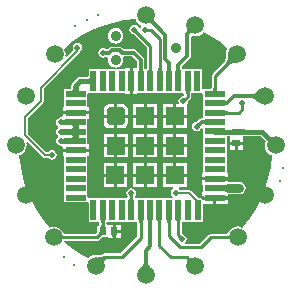
<source format=gtl>
G04*
G04 #@! TF.GenerationSoftware,Altium Limited,Altium Designer,19.1.5 (86)*
G04*
G04 Layer_Physical_Order=1*
G04 Layer_Color=255*
%FSAX25Y25*%
%MOIN*%
G70*
G01*
G75*
%ADD10C,0.01000*%
%ADD12C,0.00787*%
%ADD18R,0.02520X0.02362*%
G04:AMPARAMS|DCode=19|XSize=59.06mil|YSize=59.06mil|CornerRadius=5.91mil|HoleSize=0mil|Usage=FLASHONLY|Rotation=0.000|XOffset=0mil|YOffset=0mil|HoleType=Round|Shape=RoundedRectangle|*
%AMROUNDEDRECTD19*
21,1,0.05906,0.04724,0,0,0.0*
21,1,0.04724,0.05906,0,0,0.0*
1,1,0.01181,0.02362,-0.02362*
1,1,0.01181,-0.02362,-0.02362*
1,1,0.01181,-0.02362,0.02362*
1,1,0.01181,0.02362,0.02362*
%
%ADD19ROUNDEDRECTD19*%
%ADD20R,0.05906X0.05906*%
%ADD21R,0.02362X0.02520*%
%ADD31R,0.06693X0.01968*%
%ADD32R,0.01968X0.06693*%
%ADD33C,0.01575*%
%ADD34C,0.01181*%
%ADD35C,0.02953*%
%ADD36C,0.00984*%
%ADD37C,0.05906*%
%ADD38C,0.03543*%
%ADD39C,0.01968*%
G36*
X0149386Y0201516D02*
X0149955Y0200774D01*
X0150697Y0200205D01*
X0151012Y0200075D01*
X0151067Y0199511D01*
X0151032Y0199487D01*
X0150682Y0198964D01*
X0150676Y0198932D01*
X0150166D01*
X0150121Y0199161D01*
X0149771Y0199684D01*
X0149248Y0200034D01*
X0148630Y0200157D01*
X0148012Y0200034D01*
X0147489Y0199684D01*
X0147139Y0199161D01*
X0147016Y0198543D01*
X0147139Y0197926D01*
X0147489Y0197402D01*
X0148012Y0197052D01*
X0148520Y0196951D01*
X0148525Y0196949D01*
X0148535Y0196942D01*
X0148552Y0196928D01*
X0148561Y0196925D01*
X0148568Y0196920D01*
X0148584Y0196917D01*
X0148587Y0196916D01*
X0148607Y0196905D01*
X0148637Y0196886D01*
X0148670Y0196862D01*
X0148781Y0196767D01*
X0148844Y0196707D01*
X0148908Y0196681D01*
X0152825Y0192764D01*
Y0185771D01*
X0152797Y0185709D01*
X0152793Y0185538D01*
X0152782Y0185410D01*
X0152767Y0185313D01*
X0152765Y0185303D01*
X0152072D01*
X0152063Y0185353D01*
X0152037Y0185681D01*
X0152033Y0185885D01*
X0152007Y0185944D01*
Y0188465D01*
X0151915Y0188928D01*
X0151653Y0189322D01*
X0149312Y0191663D01*
X0149310Y0191665D01*
X0148917Y0191927D01*
X0148453Y0192020D01*
X0145095D01*
X0144649Y0192465D01*
X0144256Y0192728D01*
X0143792Y0192821D01*
X0141184D01*
X0140720Y0192728D01*
X0140327Y0192465D01*
X0139881Y0192020D01*
X0139760D01*
X0139699Y0192046D01*
X0139598Y0192047D01*
X0139435Y0192053D01*
X0139323Y0192065D01*
X0139303Y0192068D01*
X0139300Y0192069D01*
X0139284Y0192074D01*
X0139279Y0192074D01*
X0139271Y0192076D01*
X0139267Y0192075D01*
X0138933Y0192298D01*
X0138315Y0192421D01*
X0137697Y0192298D01*
X0137174Y0191948D01*
X0136824Y0191425D01*
X0136701Y0190807D01*
X0136824Y0190190D01*
X0137174Y0189666D01*
X0137697Y0189317D01*
X0138315Y0189194D01*
X0138933Y0189317D01*
X0139267Y0189540D01*
X0139271Y0189539D01*
X0139279Y0189541D01*
X0139284Y0189541D01*
X0139300Y0189546D01*
X0139303Y0189547D01*
X0139312Y0189548D01*
X0139607Y0189568D01*
X0139638Y0189569D01*
X0139981Y0189253D01*
X0139993Y0189095D01*
X0139909Y0188461D01*
X0139997Y0187793D01*
X0140255Y0187171D01*
X0140665Y0186637D01*
X0141199Y0186227D01*
X0141821Y0185969D01*
X0142488Y0185881D01*
X0143156Y0185969D01*
X0143778Y0186227D01*
X0144312Y0186637D01*
X0144722Y0187171D01*
X0144980Y0187793D01*
X0145067Y0188461D01*
X0144984Y0189095D01*
X0144994Y0189233D01*
X0145236Y0189595D01*
X0147950D01*
X0149583Y0187962D01*
Y0185953D01*
X0149557Y0185897D01*
X0149550Y0185705D01*
X0148146D01*
Y0181358D01*
Y0177012D01*
X0149630D01*
Y0177413D01*
X0165040D01*
X0165295Y0176916D01*
X0165202Y0176530D01*
X0165067Y0176405D01*
X0165025Y0176371D01*
X0164986Y0176342D01*
X0164956Y0176323D01*
X0164937Y0176312D01*
X0164934Y0176311D01*
X0164918Y0176308D01*
X0164910Y0176303D01*
X0164901Y0176300D01*
X0164884Y0176286D01*
X0164875Y0176279D01*
X0164869Y0176277D01*
X0164362Y0176176D01*
X0163838Y0175826D01*
X0163489Y0175303D01*
X0163366Y0174685D01*
X0163467Y0174177D01*
X0163194Y0173677D01*
X0162681D01*
Y0170224D01*
X0166134D01*
Y0173564D01*
X0166470Y0174067D01*
X0166571Y0174575D01*
X0166574Y0174580D01*
X0166580Y0174590D01*
X0166595Y0174607D01*
X0166598Y0174616D01*
X0166603Y0174623D01*
X0166606Y0174639D01*
X0166607Y0174642D01*
X0166617Y0174662D01*
X0166637Y0174692D01*
X0166661Y0174725D01*
X0166756Y0174837D01*
X0166816Y0174899D01*
X0166842Y0174963D01*
X0167256Y0175378D01*
X0167499Y0175742D01*
X0167585Y0176170D01*
Y0176945D01*
X0167612Y0177007D01*
X0167617Y0177177D01*
X0167628Y0177302D01*
X0167636Y0177351D01*
X0168110Y0177413D01*
X0168110Y0177413D01*
X0168110Y0177413D01*
X0171276D01*
X0171614Y0177054D01*
Y0172492D01*
X0171614Y0172492D01*
Y0172468D01*
X0171614D01*
X0171614Y0171992D01*
Y0169050D01*
X0171579Y0169044D01*
X0171263Y0169017D01*
X0171067Y0169014D01*
X0170947Y0168962D01*
X0170614Y0168896D01*
X0170221Y0168633D01*
X0169700Y0168112D01*
X0169638Y0168087D01*
X0169567Y0168017D01*
X0169447Y0167906D01*
X0169359Y0167835D01*
X0169343Y0167823D01*
X0169340Y0167821D01*
X0169325Y0167814D01*
X0169322Y0167810D01*
X0169315Y0167806D01*
X0169312Y0167802D01*
X0168918Y0167724D01*
X0168394Y0167374D01*
X0168045Y0166850D01*
X0167922Y0166233D01*
X0168045Y0165615D01*
X0168394Y0165092D01*
X0168918Y0164742D01*
X0169535Y0164619D01*
X0170153Y0164742D01*
X0170677Y0165092D01*
X0171026Y0165615D01*
X0171114Y0165653D01*
X0171614Y0165323D01*
Y0163043D01*
X0171614D01*
Y0163020D01*
X0171614D01*
Y0159854D01*
X0171622D01*
Y0156740D01*
X0171622D01*
Y0153575D01*
X0171622D01*
Y0150854D01*
X0171221D01*
Y0149370D01*
X0175567D01*
X0178901D01*
Y0149842D01*
X0178911Y0149753D01*
X0178941Y0149672D01*
X0178991Y0149601D01*
X0179061Y0149540D01*
X0179151Y0149488D01*
X0179261Y0149446D01*
X0179391Y0149413D01*
X0179541Y0149389D01*
X0179711Y0149375D01*
X0179901Y0149370D01*
X0179913D01*
Y0150854D01*
X0179512D01*
Y0153591D01*
X0179512D01*
Y0156724D01*
X0179512D01*
Y0159890D01*
X0179504D01*
Y0163020D01*
X0179948Y0163154D01*
X0180018D01*
X0180425Y0162929D01*
Y0161248D01*
X0182685D01*
X0184945D01*
Y0162929D01*
X0185378Y0163091D01*
X0185516Y0163093D01*
X0185567Y0163115D01*
X0190655D01*
X0192464Y0161305D01*
X0192308Y0160927D01*
X0192186Y0160000D01*
X0192308Y0159073D01*
X0192666Y0158209D01*
X0193235Y0157467D01*
X0193977Y0156898D01*
X0194646Y0156621D01*
X0194632Y0156313D01*
X0194151Y0152654D01*
X0193352Y0149051D01*
X0192242Y0145531D01*
X0190830Y0142121D01*
X0189126Y0138847D01*
X0187143Y0135735D01*
X0184896Y0132807D01*
X0184669Y0132559D01*
X0184019Y0132829D01*
X0183092Y0132951D01*
X0182165Y0132829D01*
X0181301Y0132471D01*
X0180559Y0131902D01*
X0179990Y0131160D01*
X0179712Y0130489D01*
X0174259D01*
X0173830Y0130404D01*
X0173467Y0130161D01*
X0170371Y0127065D01*
X0165816D01*
X0165665Y0127565D01*
X0165716Y0127599D01*
X0166066Y0128123D01*
X0166189Y0128740D01*
X0166066Y0129358D01*
X0165716Y0129881D01*
X0165192Y0130231D01*
X0164685Y0130332D01*
X0164679Y0130335D01*
X0164670Y0130341D01*
X0164653Y0130356D01*
X0164644Y0130358D01*
X0164637Y0130363D01*
X0164620Y0130366D01*
X0164618Y0130368D01*
X0164598Y0130378D01*
X0164568Y0130397D01*
X0164535Y0130421D01*
X0164482Y0130467D01*
Y0134012D01*
X0164510Y0134075D01*
X0164514Y0134246D01*
X0164521Y0134326D01*
X0164957Y0134480D01*
X0164957Y0134480D01*
Y0134480D01*
X0164957Y0134480D01*
X0168122D01*
Y0134480D01*
X0168268Y0134480D01*
X0168622Y0134480D01*
X0171433D01*
Y0140575D01*
X0175067D01*
Y0142559D01*
X0175567D01*
Y0143059D01*
X0179913D01*
Y0143633D01*
X0183728D01*
X0184538Y0143794D01*
X0185224Y0144252D01*
X0185683Y0144939D01*
X0185844Y0145748D01*
X0185683Y0146558D01*
X0185224Y0147244D01*
X0184538Y0147703D01*
X0183728Y0147863D01*
X0179913D01*
Y0148370D01*
X0179901D01*
D01*
X0179711Y0148365D01*
X0179541Y0148351D01*
X0179391Y0148328D01*
X0179261Y0148294D01*
X0179151Y0148252D01*
X0179061Y0148200D01*
X0178991Y0148139D01*
X0178941Y0148068D01*
X0178911Y0147988D01*
X0178901Y0147898D01*
Y0148370D01*
X0175567D01*
X0171221D01*
Y0146886D01*
X0171622D01*
Y0144543D01*
X0171221D01*
Y0142370D01*
X0170092D01*
X0167613Y0144849D01*
X0167285Y0145068D01*
X0166898Y0145145D01*
X0163755D01*
X0163669Y0145275D01*
X0163601Y0145320D01*
X0163497Y0145991D01*
X0163574Y0146087D01*
X0166134D01*
Y0149539D01*
X0158228D01*
Y0146087D01*
X0161481D01*
X0161558Y0145991D01*
X0161454Y0145320D01*
X0161387Y0145275D01*
X0161037Y0144751D01*
X0160914Y0144134D01*
X0161037Y0143516D01*
X0161387Y0142993D01*
X0161564Y0142874D01*
X0161413Y0142374D01*
X0158646D01*
Y0142374D01*
X0155480D01*
Y0142370D01*
X0149181D01*
X0149181Y0142370D01*
X0149101Y0142411D01*
X0148910Y0142612D01*
X0148805Y0142768D01*
X0148782Y0142860D01*
X0148789Y0142893D01*
X0148795Y0142912D01*
X0148803Y0142924D01*
X0148805Y0142933D01*
X0148811Y0142943D01*
X0148813Y0142965D01*
X0149129Y0143438D01*
X0149252Y0144055D01*
X0149129Y0144673D01*
X0148779Y0145196D01*
X0148255Y0145546D01*
X0147638Y0145669D01*
X0147020Y0145546D01*
X0146497Y0145196D01*
X0146147Y0144673D01*
X0146024Y0144055D01*
X0146147Y0143438D01*
X0146405Y0143051D01*
X0146412Y0143029D01*
X0146415Y0143013D01*
X0146416Y0142994D01*
X0146420Y0142987D01*
X0146421Y0142979D01*
X0146431Y0142964D01*
X0146433Y0142958D01*
X0146440Y0142935D01*
X0146447Y0142898D01*
X0146454Y0142856D01*
X0146356Y0142715D01*
X0146047Y0142370D01*
Y0142370D01*
X0146047Y0142370D01*
X0142882D01*
Y0142370D01*
X0133547D01*
X0133425Y0142370D01*
X0133047Y0142665D01*
Y0146795D01*
X0133047Y0147272D01*
X0133047Y0147772D01*
Y0150406D01*
Y0153555D01*
Y0156342D01*
X0133449D01*
Y0157827D01*
X0129102D01*
X0124756D01*
Y0156342D01*
X0125157D01*
Y0153555D01*
Y0150406D01*
Y0147772D01*
X0125157Y0147295D01*
X0125157Y0146795D01*
Y0144106D01*
Y0140996D01*
X0132925D01*
X0133047Y0140996D01*
X0133425Y0140701D01*
Y0134480D01*
X0136978D01*
X0136980Y0134472D01*
X0136995Y0134375D01*
X0137006Y0134246D01*
X0137010Y0134075D01*
X0137038Y0134013D01*
Y0133587D01*
X0137010Y0133525D01*
X0137005Y0133352D01*
X0136994Y0133224D01*
X0136978Y0133128D01*
X0136976Y0133118D01*
X0136378D01*
Y0131673D01*
X0136354Y0131638D01*
X0136364Y0131588D01*
X0136342Y0131541D01*
X0136378Y0131437D01*
Y0131219D01*
X0136346Y0131162D01*
X0136267Y0131050D01*
X0135995Y0130727D01*
X0135815Y0130541D01*
X0135790Y0130476D01*
X0135725Y0130411D01*
X0125159D01*
X0124881Y0131082D01*
X0124312Y0131824D01*
X0123570Y0132393D01*
X0122707Y0132751D01*
X0121780Y0132873D01*
X0120852Y0132751D01*
X0120330Y0132535D01*
X0120080Y0132807D01*
X0117834Y0135735D01*
X0115851Y0138847D01*
X0114147Y0142121D01*
X0112734Y0145531D01*
X0111625Y0149051D01*
X0110826Y0152654D01*
X0110344Y0156313D01*
X0110330Y0156632D01*
X0110972Y0156898D01*
X0111714Y0157467D01*
X0112283Y0158209D01*
X0112641Y0159073D01*
X0112763Y0160000D01*
X0112651Y0160849D01*
X0112820Y0160996D01*
X0113103Y0161104D01*
X0118151Y0156056D01*
X0118479Y0155837D01*
X0118866Y0155760D01*
X0119961D01*
X0120048Y0155631D01*
X0120571Y0155281D01*
X0121189Y0155158D01*
X0121807Y0155281D01*
X0122330Y0155631D01*
X0122680Y0156154D01*
X0122803Y0156772D01*
X0122680Y0157389D01*
X0122330Y0157913D01*
X0121807Y0158263D01*
X0121189Y0158385D01*
X0120571Y0158263D01*
X0120048Y0157913D01*
X0119961Y0157783D01*
X0119285D01*
X0113263Y0163805D01*
Y0168990D01*
X0118164Y0173891D01*
X0118383Y0174219D01*
X0118460Y0174606D01*
X0118460Y0174606D01*
Y0178833D01*
X0130408Y0190781D01*
X0130628Y0191109D01*
X0130667Y0191306D01*
X0130834Y0191418D01*
X0131184Y0191941D01*
X0131307Y0192559D01*
X0131184Y0193177D01*
X0130834Y0193700D01*
X0130310Y0194050D01*
X0129693Y0194173D01*
X0129075Y0194050D01*
X0128552Y0193700D01*
X0128202Y0193177D01*
X0128079Y0192559D01*
X0128202Y0191941D01*
X0128405Y0191638D01*
X0126135Y0189368D01*
X0125661Y0189602D01*
X0125755Y0190315D01*
X0125633Y0191242D01*
X0125275Y0192106D01*
X0125528Y0192586D01*
X0128223Y0194654D01*
X0131336Y0196637D01*
X0134609Y0198342D01*
X0138019Y0199754D01*
X0141539Y0200864D01*
X0145142Y0201662D01*
X0148801Y0202144D01*
X0149120Y0202158D01*
X0149386Y0201516D01*
D02*
G37*
G36*
X0152917Y0199000D02*
X0152965Y0198967D01*
X0153020Y0198939D01*
X0153083Y0198915D01*
X0153153Y0198894D01*
X0153230Y0198877D01*
X0153314Y0198863D01*
X0153406Y0198854D01*
X0153612Y0198846D01*
Y0197846D01*
X0153505Y0197845D01*
X0153314Y0197829D01*
X0153230Y0197816D01*
X0153153Y0197799D01*
X0153083Y0197778D01*
X0153020Y0197754D01*
X0152965Y0197725D01*
X0152917Y0197693D01*
X0152876Y0197658D01*
Y0199035D01*
X0152917Y0199000D01*
D02*
G37*
G36*
X0167748Y0197264D02*
X0167670Y0197292D01*
X0167588Y0197304D01*
X0167501Y0197300D01*
X0167409Y0197280D01*
X0167312Y0197244D01*
X0167210Y0197193D01*
X0167104Y0197125D01*
X0166992Y0197041D01*
X0166876Y0196942D01*
X0166755Y0196827D01*
X0165920Y0197662D01*
X0166036Y0197783D01*
X0166135Y0197899D01*
X0166219Y0198010D01*
X0166286Y0198117D01*
X0166338Y0198218D01*
X0166374Y0198315D01*
X0166394Y0198407D01*
X0166398Y0198494D01*
X0166385Y0198576D01*
X0166358Y0198654D01*
X0167748Y0197264D01*
D02*
G37*
G36*
X0149618Y0198479D02*
X0149629Y0198423D01*
X0149648Y0198363D01*
X0149675Y0198302D01*
X0149709Y0198238D01*
X0149752Y0198171D01*
X0149802Y0198102D01*
X0149861Y0198030D01*
X0150001Y0197880D01*
X0149293Y0197173D01*
X0149217Y0197247D01*
X0149071Y0197371D01*
X0149002Y0197421D01*
X0148935Y0197464D01*
X0148871Y0197499D01*
X0148810Y0197525D01*
X0148751Y0197545D01*
X0148694Y0197556D01*
X0148640Y0197559D01*
X0149614Y0198533D01*
X0149618Y0198479D01*
D02*
G37*
G36*
X0173641Y0196637D02*
X0176753Y0194654D01*
X0179449Y0192586D01*
X0179701Y0192106D01*
X0179343Y0191242D01*
X0179225Y0190343D01*
X0179203Y0190290D01*
X0179200Y0189886D01*
X0179151Y0189169D01*
X0179109Y0188876D01*
X0179054Y0188610D01*
X0178989Y0188381D01*
X0178916Y0188188D01*
X0178839Y0188031D01*
X0178759Y0187909D01*
X0178649Y0187781D01*
X0178630Y0187726D01*
X0174767Y0183863D01*
X0174524Y0183500D01*
X0174439Y0183071D01*
Y0179282D01*
X0174438Y0179272D01*
X0174411Y0179214D01*
X0174408Y0179090D01*
X0174363Y0178807D01*
X0171614D01*
X0171276Y0179167D01*
Y0185303D01*
X0168110D01*
X0168110Y0185303D01*
X0168087D01*
Y0185303D01*
X0167610Y0185303D01*
X0164671D01*
X0164662Y0185353D01*
X0164635Y0185681D01*
X0164632Y0185885D01*
X0164606Y0185944D01*
Y0186348D01*
X0167195Y0188937D01*
X0167458Y0189330D01*
X0167550Y0189794D01*
Y0196152D01*
X0168050Y0196486D01*
X0168094Y0196468D01*
X0169021Y0196346D01*
X0169948Y0196468D01*
X0170812Y0196826D01*
X0171554Y0197395D01*
X0171734Y0197630D01*
X0173641Y0196637D01*
D02*
G37*
G36*
X0139042Y0191478D02*
X0139076Y0191461D01*
X0139119Y0191446D01*
X0139172Y0191433D01*
X0139235Y0191423D01*
X0139389Y0191407D01*
X0139582Y0191399D01*
X0139693Y0191398D01*
Y0190217D01*
X0139582Y0190216D01*
X0139235Y0190192D01*
X0139172Y0190181D01*
X0139119Y0190169D01*
X0139076Y0190154D01*
X0139042Y0190137D01*
X0139018Y0190118D01*
Y0191496D01*
X0139042Y0191478D01*
D02*
G37*
G36*
X0182774Y0187362D02*
X0182349Y0187359D01*
X0181589Y0187308D01*
X0181252Y0187259D01*
X0180945Y0187196D01*
X0180667Y0187117D01*
X0180418Y0187023D01*
X0180198Y0186914D01*
X0180008Y0186790D01*
X0179846Y0186651D01*
X0179139Y0187358D01*
X0179278Y0187519D01*
X0179402Y0187710D01*
X0179511Y0187929D01*
X0179605Y0188178D01*
X0179684Y0188457D01*
X0179747Y0188764D01*
X0179796Y0189101D01*
X0179847Y0189861D01*
X0179850Y0190285D01*
X0182774Y0187362D01*
D02*
G37*
G36*
X0163988Y0185649D02*
X0164019Y0185272D01*
X0164045Y0185118D01*
X0164080Y0184988D01*
X0164122Y0184882D01*
X0164171Y0184799D01*
X0164228Y0184740D01*
X0164293Y0184704D01*
X0164366Y0184693D01*
X0162422D01*
X0162494Y0184704D01*
X0162559Y0184740D01*
X0162616Y0184799D01*
X0162666Y0184882D01*
X0162708Y0184988D01*
X0162742Y0185118D01*
X0162769Y0185272D01*
X0162788Y0185449D01*
X0162803Y0185874D01*
X0163984D01*
X0163988Y0185649D01*
D02*
G37*
G36*
X0160838D02*
X0160869Y0185272D01*
X0160896Y0185118D01*
X0160930Y0184988D01*
X0160972Y0184882D01*
X0161022Y0184799D01*
X0161079Y0184740D01*
X0161144Y0184704D01*
X0161216Y0184693D01*
X0159272D01*
X0159344Y0184704D01*
X0159409Y0184740D01*
X0159467Y0184799D01*
X0159516Y0184882D01*
X0159558Y0184988D01*
X0159592Y0185118D01*
X0159619Y0185272D01*
X0159638Y0185449D01*
X0159653Y0185874D01*
X0160835D01*
X0160838Y0185649D01*
D02*
G37*
G36*
X0157599Y0185503D02*
X0157613Y0185333D01*
X0157637Y0185183D01*
X0157670Y0185053D01*
X0157713Y0184943D01*
X0157764Y0184853D01*
X0157826Y0184783D01*
X0157897Y0184733D01*
X0157977Y0184703D01*
X0158067Y0184693D01*
X0156122D01*
X0156212Y0184703D01*
X0156292Y0184733D01*
X0156363Y0184783D01*
X0156424Y0184853D01*
X0156476Y0184943D01*
X0156519Y0185053D01*
X0156552Y0185183D01*
X0156576Y0185333D01*
X0156590Y0185503D01*
X0156595Y0185693D01*
X0157595D01*
X0157599Y0185503D01*
D02*
G37*
G36*
X0154450D02*
X0154464Y0185333D01*
X0154487Y0185183D01*
X0154520Y0185053D01*
X0154563Y0184943D01*
X0154615Y0184853D01*
X0154676Y0184783D01*
X0154747Y0184733D01*
X0154827Y0184703D01*
X0154917Y0184693D01*
X0152973D01*
X0153062Y0184703D01*
X0153143Y0184733D01*
X0153214Y0184783D01*
X0153275Y0184853D01*
X0153327Y0184943D01*
X0153369Y0185053D01*
X0153402Y0185183D01*
X0153426Y0185333D01*
X0153440Y0185503D01*
X0153445Y0185693D01*
X0154445D01*
X0154450Y0185503D01*
D02*
G37*
G36*
X0151390Y0185649D02*
X0151420Y0185272D01*
X0151447Y0185118D01*
X0151481Y0184988D01*
X0151523Y0184882D01*
X0151573Y0184799D01*
X0151630Y0184740D01*
X0151695Y0184704D01*
X0151768Y0184693D01*
X0149823D01*
X0149896Y0184704D01*
X0149960Y0184740D01*
X0150018Y0184799D01*
X0150067Y0184882D01*
X0150109Y0184988D01*
X0150144Y0185118D01*
X0150170Y0185272D01*
X0150189Y0185449D01*
X0150205Y0185874D01*
X0151386D01*
X0151390Y0185649D01*
D02*
G37*
G36*
X0176064Y0179004D02*
X0176079Y0178832D01*
X0176104Y0178681D01*
X0176139Y0178549D01*
X0176184Y0178438D01*
X0176239Y0178347D01*
X0176304Y0178276D01*
X0176379Y0178225D01*
X0176464Y0178195D01*
X0176559Y0178185D01*
X0174559D01*
X0174654Y0178195D01*
X0174739Y0178225D01*
X0174814Y0178276D01*
X0174879Y0178347D01*
X0174934Y0178438D01*
X0174979Y0178549D01*
X0175014Y0178681D01*
X0175039Y0178832D01*
X0175054Y0179004D01*
X0175059Y0179197D01*
X0176059D01*
X0176064Y0179004D01*
D02*
G37*
G36*
X0167370Y0178014D02*
X0167285Y0177984D01*
X0167210Y0177934D01*
X0167145Y0177864D01*
X0167090Y0177774D01*
X0167045Y0177664D01*
X0167010Y0177534D01*
X0166985Y0177384D01*
X0166970Y0177214D01*
X0166965Y0177024D01*
X0165965D01*
X0165960Y0177214D01*
X0165947Y0177384D01*
X0165926Y0177534D01*
X0165895Y0177664D01*
X0165856Y0177774D01*
X0165809Y0177864D01*
X0165752Y0177934D01*
X0165688Y0177984D01*
X0165614Y0178014D01*
X0165532Y0178024D01*
X0167465D01*
X0167370Y0178014D01*
D02*
G37*
G36*
X0166350Y0175349D02*
X0166276Y0175272D01*
X0166152Y0175126D01*
X0166102Y0175057D01*
X0166059Y0174991D01*
X0166024Y0174926D01*
X0165997Y0174865D01*
X0165978Y0174806D01*
X0165967Y0174749D01*
X0165964Y0174695D01*
X0164989Y0175669D01*
X0165043Y0175673D01*
X0165100Y0175684D01*
X0165159Y0175703D01*
X0165221Y0175730D01*
X0165285Y0175765D01*
X0165352Y0175807D01*
X0165421Y0175857D01*
X0165492Y0175916D01*
X0165643Y0176056D01*
X0166350Y0175349D01*
D02*
G37*
G36*
X0190219Y0174284D02*
X0189933Y0174564D01*
X0189381Y0175037D01*
X0189116Y0175229D01*
X0188857Y0175391D01*
X0188604Y0175524D01*
X0188359Y0175627D01*
X0188120Y0175701D01*
X0187888Y0175746D01*
X0187663Y0175760D01*
Y0176941D01*
X0187888Y0176956D01*
X0188120Y0177000D01*
X0188359Y0177074D01*
X0188604Y0177178D01*
X0188857Y0177311D01*
X0189116Y0177473D01*
X0189381Y0177665D01*
X0189654Y0177886D01*
X0190219Y0178418D01*
Y0174284D01*
D02*
G37*
G36*
X0178902Y0174850D02*
X0178926Y0174812D01*
X0178967Y0174777D01*
X0179025Y0174748D01*
X0179098Y0174723D01*
X0179188Y0174702D01*
X0179295Y0174686D01*
X0179418Y0174674D01*
X0179713Y0174665D01*
Y0173484D01*
X0179557Y0173482D01*
X0179295Y0173464D01*
X0179188Y0173448D01*
X0179098Y0173427D01*
X0179025Y0173402D01*
X0178967Y0173372D01*
X0178926Y0173338D01*
X0178902Y0173299D01*
X0178893Y0173256D01*
Y0174894D01*
X0178902Y0174850D01*
D02*
G37*
G36*
X0178903Y0171768D02*
X0178934Y0171688D01*
X0178983Y0171617D01*
X0179053Y0171556D01*
X0179144Y0171504D01*
X0179253Y0171461D01*
X0179384Y0171428D01*
X0179534Y0171405D01*
X0179703Y0171390D01*
X0179894Y0171386D01*
Y0170386D01*
X0179703Y0170381D01*
X0179534Y0170367D01*
X0179384Y0170343D01*
X0179253Y0170310D01*
X0179144Y0170268D01*
X0179053Y0170216D01*
X0178983Y0170154D01*
X0178934Y0170084D01*
X0178903Y0170003D01*
X0178893Y0169914D01*
Y0171858D01*
X0178903Y0171768D01*
D02*
G37*
G36*
X0172225Y0166803D02*
X0172213Y0166876D01*
X0172179Y0166941D01*
X0172121Y0166998D01*
X0172041Y0167048D01*
X0171938Y0167090D01*
X0171812Y0167124D01*
X0171663Y0167151D01*
X0171491Y0167170D01*
X0171078Y0167185D01*
Y0168366D01*
X0171296Y0168370D01*
X0171663Y0168401D01*
X0171812Y0168427D01*
X0171938Y0168462D01*
X0172041Y0168503D01*
X0172121Y0168553D01*
X0172179Y0168610D01*
X0172213Y0168675D01*
X0172225Y0168748D01*
Y0166803D01*
D02*
G37*
G36*
X0170927Y0166790D02*
X0170850Y0166711D01*
X0170621Y0166448D01*
X0170584Y0166396D01*
X0170556Y0166350D01*
X0170536Y0166309D01*
X0170524Y0166273D01*
X0170520Y0166243D01*
X0169545Y0167217D01*
X0169576Y0167221D01*
X0169611Y0167233D01*
X0169652Y0167253D01*
X0169699Y0167282D01*
X0169751Y0167318D01*
X0169871Y0167416D01*
X0170013Y0167547D01*
X0170092Y0167625D01*
X0170927Y0166790D01*
D02*
G37*
G36*
X0183949Y0165624D02*
X0183996Y0165559D01*
X0184075Y0165502D01*
X0184185Y0165452D01*
X0184327Y0165410D01*
X0184500Y0165376D01*
X0184704Y0165349D01*
X0185208Y0165319D01*
X0185508Y0165315D01*
Y0163740D01*
X0185208Y0163736D01*
X0184500Y0163679D01*
X0184327Y0163645D01*
X0184185Y0163603D01*
X0184075Y0163553D01*
X0183996Y0163496D01*
X0183949Y0163431D01*
X0183933Y0163358D01*
Y0165697D01*
X0183949Y0165624D01*
D02*
G37*
G36*
X0148310Y0143336D02*
X0148273Y0143296D01*
X0148239Y0143248D01*
X0148210Y0143193D01*
X0148185Y0143131D01*
X0148163Y0143061D01*
X0148145Y0142984D01*
X0148132Y0142900D01*
X0148122Y0142808D01*
X0148117Y0142665D01*
X0148119Y0142570D01*
X0148133Y0142400D01*
X0148157Y0142250D01*
X0148190Y0142120D01*
X0148232Y0142010D01*
X0148284Y0141920D01*
X0148346Y0141850D01*
X0148416Y0141800D01*
X0148497Y0141770D01*
X0148586Y0141760D01*
X0146642D01*
X0146732Y0141770D01*
X0146812Y0141800D01*
X0146883Y0141850D01*
X0146944Y0141920D01*
X0146996Y0142010D01*
X0147039Y0142120D01*
X0147072Y0142250D01*
X0147095Y0142400D01*
X0147109Y0142570D01*
X0147113Y0142707D01*
X0147112Y0142738D01*
X0147098Y0142929D01*
X0147085Y0143014D01*
X0147069Y0143091D01*
X0147049Y0143161D01*
X0147025Y0143224D01*
X0146998Y0143280D01*
X0146967Y0143328D01*
X0146932Y0143369D01*
X0148310Y0143336D01*
D02*
G37*
G36*
X0157946Y0135085D02*
X0157865Y0135055D01*
X0157794Y0135005D01*
X0157733Y0134935D01*
X0157681Y0134845D01*
X0157639Y0134735D01*
X0157606Y0134605D01*
X0157582Y0134455D01*
X0157568Y0134285D01*
X0157563Y0134095D01*
X0156563D01*
X0156558Y0134285D01*
X0156544Y0134455D01*
X0156520Y0134605D01*
X0156487Y0134735D01*
X0156445Y0134845D01*
X0156393Y0134935D01*
X0156332Y0135005D01*
X0156261Y0135055D01*
X0156181Y0135085D01*
X0156091Y0135095D01*
X0158035D01*
X0157946Y0135085D01*
D02*
G37*
G36*
X0161095Y0135085D02*
X0161015Y0135055D01*
X0160944Y0135005D01*
X0160883Y0134935D01*
X0160831Y0134845D01*
X0160788Y0134735D01*
X0160755Y0134605D01*
X0160731Y0134455D01*
X0160717Y0134285D01*
X0160713Y0134095D01*
X0159713D01*
X0159708Y0134285D01*
X0159694Y0134455D01*
X0159670Y0134605D01*
X0159637Y0134735D01*
X0159595Y0134845D01*
X0159543Y0134935D01*
X0159481Y0135005D01*
X0159410Y0135055D01*
X0159330Y0135085D01*
X0159240Y0135095D01*
X0161185D01*
X0161095Y0135085D01*
D02*
G37*
G36*
X0151646Y0135081D02*
X0151566Y0135051D01*
X0151495Y0135001D01*
X0151434Y0134931D01*
X0151382Y0134841D01*
X0151339Y0134731D01*
X0151306Y0134601D01*
X0151283Y0134451D01*
X0151268Y0134281D01*
X0151264Y0134091D01*
X0150264D01*
X0150259Y0134281D01*
X0150245Y0134451D01*
X0150221Y0134601D01*
X0150188Y0134731D01*
X0150146Y0134841D01*
X0150094Y0134931D01*
X0150032Y0135001D01*
X0149961Y0135051D01*
X0149881Y0135081D01*
X0149792Y0135091D01*
X0151736D01*
X0151646Y0135081D01*
D02*
G37*
G36*
X0164245Y0135081D02*
X0164164Y0135051D01*
X0164094Y0135001D01*
X0164032Y0134931D01*
X0163980Y0134841D01*
X0163938Y0134731D01*
X0163905Y0134601D01*
X0163881Y0134451D01*
X0163867Y0134281D01*
X0163862Y0134091D01*
X0162862D01*
X0162857Y0134281D01*
X0162843Y0134451D01*
X0162820Y0134601D01*
X0162787Y0134731D01*
X0162744Y0134841D01*
X0162692Y0134931D01*
X0162631Y0135001D01*
X0162560Y0135051D01*
X0162480Y0135081D01*
X0162390Y0135091D01*
X0164334D01*
X0164245Y0135081D01*
D02*
G37*
G36*
X0139046D02*
X0138965Y0135051D01*
X0138893Y0135001D01*
X0138830Y0134931D01*
X0138777Y0134841D01*
X0138734Y0134731D01*
X0138701Y0134601D01*
X0138677Y0134451D01*
X0138662Y0134281D01*
X0138657Y0134091D01*
X0137657D01*
X0137653Y0134281D01*
X0137639Y0134451D01*
X0137616Y0134601D01*
X0137583Y0134731D01*
X0137541Y0134841D01*
X0137490Y0134931D01*
X0137430Y0135001D01*
X0137360Y0135051D01*
X0137281Y0135081D01*
X0137193Y0135091D01*
X0139138D01*
X0139046Y0135081D01*
D02*
G37*
G36*
X0154813Y0135079D02*
X0154748Y0135044D01*
X0154691Y0134984D01*
X0154641Y0134902D01*
X0154599Y0134795D01*
X0154565Y0134666D01*
X0154538Y0134512D01*
X0154519Y0134335D01*
X0154504Y0133910D01*
X0153323D01*
X0153319Y0134134D01*
X0153288Y0134512D01*
X0153262Y0134666D01*
X0153227Y0134795D01*
X0153185Y0134902D01*
X0153136Y0134984D01*
X0153078Y0135044D01*
X0153014Y0135079D01*
X0152941Y0135091D01*
X0154886D01*
X0154813Y0135079D01*
D02*
G37*
G36*
X0138663Y0133315D02*
X0138678Y0133143D01*
X0138702Y0132992D01*
X0138737Y0132860D01*
X0138783Y0132749D01*
X0138838Y0132658D01*
X0138902Y0132587D01*
X0138978Y0132536D01*
X0139062Y0132506D01*
X0139157Y0132496D01*
X0137157D01*
X0137252Y0132506D01*
X0137338Y0132536D01*
X0137413Y0132587D01*
X0137478Y0132658D01*
X0137532Y0132749D01*
X0137577Y0132860D01*
X0137612Y0132992D01*
X0137637Y0133143D01*
X0137653Y0133315D01*
X0137657Y0133508D01*
X0138657D01*
X0138663Y0133315D01*
D02*
G37*
G36*
X0138324Y0130012D02*
X0138250Y0130072D01*
X0138160Y0130103D01*
X0138056Y0130105D01*
X0137937Y0130078D01*
X0137803Y0130022D01*
X0137654Y0129937D01*
X0137491Y0129822D01*
X0137312Y0129679D01*
X0136910Y0129305D01*
X0136281Y0130091D01*
X0136476Y0130292D01*
X0136782Y0130655D01*
X0136894Y0130817D01*
X0136978Y0130965D01*
X0137036Y0131099D01*
X0137065Y0131221D01*
X0137067Y0131329D01*
X0137041Y0131424D01*
X0136988Y0131505D01*
X0138324Y0130012D01*
D02*
G37*
G36*
X0146031Y0134480D02*
X0149197D01*
X0149197Y0134480D01*
X0149610Y0134271D01*
X0149612Y0134246D01*
X0149616Y0134075D01*
X0149644Y0134012D01*
Y0129684D01*
X0143993Y0124033D01*
X0138926D01*
X0138498Y0123948D01*
X0138265Y0123792D01*
X0138138Y0123747D01*
X0137998Y0123620D01*
X0137879Y0123533D01*
X0137756Y0123462D01*
X0137628Y0123406D01*
X0137492Y0123363D01*
X0137346Y0123335D01*
X0137187Y0123320D01*
X0137014Y0123321D01*
X0136827Y0123339D01*
X0136601Y0123379D01*
X0136543Y0123366D01*
X0136488Y0123389D01*
X0136425Y0123363D01*
X0135867Y0123436D01*
X0134940Y0123314D01*
X0134076Y0122956D01*
X0133335Y0122387D01*
X0133299Y0122341D01*
X0131336Y0123363D01*
X0128223Y0125346D01*
X0125295Y0127592D01*
X0125209Y0127671D01*
X0125403Y0128171D01*
X0136189D01*
X0136618Y0128257D01*
X0136981Y0128499D01*
X0137267Y0128785D01*
X0137314Y0128799D01*
X0137327Y0128822D01*
X0137351Y0128831D01*
X0137736Y0129188D01*
X0137879Y0129303D01*
X0138001Y0129389D01*
X0138024Y0129402D01*
X0138212D01*
X0138288Y0129365D01*
X0138339Y0129383D01*
X0138392Y0129368D01*
X0138454Y0129402D01*
X0139756D01*
Y0129000D01*
X0141437D01*
Y0129012D01*
D01*
X0141432Y0129204D01*
X0141417Y0129376D01*
X0141392Y0129528D01*
X0141357Y0129660D01*
X0141312Y0129771D01*
X0141257Y0129862D01*
X0141192Y0129933D01*
X0141117Y0129983D01*
X0141032Y0130014D01*
X0140937Y0130024D01*
X0141437D01*
Y0131260D01*
Y0133520D01*
X0139756D01*
X0139756Y0133520D01*
X0139468Y0133556D01*
X0139326Y0133985D01*
X0139551Y0134480D01*
X0142898D01*
Y0134480D01*
X0146031D01*
Y0134480D01*
D02*
G37*
G36*
X0163988Y0130037D02*
X0164134Y0129913D01*
X0164203Y0129862D01*
X0164269Y0129820D01*
X0164333Y0129785D01*
X0164395Y0129758D01*
X0164454Y0129739D01*
X0164511Y0129728D01*
X0164565Y0129724D01*
X0163591Y0128750D01*
X0163587Y0128804D01*
X0163576Y0128861D01*
X0163557Y0128920D01*
X0163530Y0128982D01*
X0163495Y0129046D01*
X0163453Y0129112D01*
X0163402Y0129181D01*
X0163344Y0129253D01*
X0163204Y0129404D01*
X0163911Y0130111D01*
X0163988Y0130037D01*
D02*
G37*
G36*
X0139280Y0122560D02*
X0139130Y0122395D01*
X0139003Y0122220D01*
X0138896Y0122035D01*
X0138811Y0121841D01*
X0138748Y0121638D01*
X0138706Y0121424D01*
X0138686Y0121202D01*
X0138687Y0120969D01*
X0138710Y0120727D01*
X0138754Y0120475D01*
X0136488Y0122741D01*
X0136740Y0122697D01*
X0136982Y0122674D01*
X0137215Y0122672D01*
X0137438Y0122693D01*
X0137651Y0122735D01*
X0137855Y0122798D01*
X0138049Y0122883D01*
X0138233Y0122989D01*
X0138408Y0123117D01*
X0138573Y0123267D01*
X0139280Y0122560D01*
D02*
G37*
G36*
X0166818Y0122835D02*
X0166941Y0122736D01*
X0167062Y0122654D01*
X0167181Y0122590D01*
X0167299Y0122543D01*
X0167414Y0122513D01*
X0167529Y0122501D01*
X0167641Y0122505D01*
X0167752Y0122528D01*
X0167861Y0122567D01*
X0166371Y0121078D01*
X0166411Y0121187D01*
X0166433Y0121297D01*
X0166438Y0121410D01*
X0166426Y0121524D01*
X0166396Y0121640D01*
X0166349Y0121757D01*
X0166284Y0121877D01*
X0166202Y0121998D01*
X0166103Y0122120D01*
X0165987Y0122245D01*
X0166694Y0122952D01*
X0166818Y0122835D01*
D02*
G37*
G36*
X0153094Y0121133D02*
X0153138Y0120901D01*
X0153212Y0120662D01*
X0153315Y0120416D01*
X0153448Y0120164D01*
X0153610Y0119905D01*
X0153802Y0119639D01*
X0154024Y0119367D01*
X0154555Y0118802D01*
X0150421D01*
X0150702Y0119088D01*
X0151174Y0119639D01*
X0151366Y0119905D01*
X0151529Y0120164D01*
X0151661Y0120416D01*
X0151765Y0120662D01*
X0151839Y0120901D01*
X0151883Y0121133D01*
X0151898Y0121358D01*
X0153079D01*
X0153094Y0121133D01*
D02*
G37*
%LPC*%
G36*
X0142488Y0199040D02*
X0141821Y0198952D01*
X0141199Y0198694D01*
X0140665Y0198284D01*
X0140255Y0197750D01*
X0139997Y0197128D01*
X0139909Y0196461D01*
X0139997Y0195793D01*
X0140255Y0195171D01*
X0140665Y0194637D01*
X0141199Y0194227D01*
X0141821Y0193969D01*
X0142488Y0193881D01*
X0143156Y0193969D01*
X0143778Y0194227D01*
X0144312Y0194637D01*
X0144722Y0195171D01*
X0144980Y0195793D01*
X0145067Y0196461D01*
X0144980Y0197128D01*
X0144722Y0197750D01*
X0144312Y0198284D01*
X0143778Y0198694D01*
X0143156Y0198952D01*
X0142488Y0199040D01*
D02*
G37*
G36*
X0147146Y0185705D02*
X0145661D01*
Y0185303D01*
X0137091D01*
X0136614Y0185303D01*
X0136114Y0185303D01*
X0133425D01*
Y0183041D01*
X0133404Y0183001D01*
X0133398Y0182947D01*
X0133359Y0182923D01*
X0133270Y0182887D01*
X0133133Y0182851D01*
X0132951Y0182820D01*
X0132726Y0182800D01*
X0132444Y0182793D01*
X0132395Y0182771D01*
X0130461D01*
X0129920Y0182664D01*
X0129462Y0182357D01*
X0128103Y0180999D01*
X0127797Y0180541D01*
X0127689Y0180000D01*
Y0179838D01*
X0127667Y0179788D01*
X0127660Y0179507D01*
X0127640Y0179281D01*
X0127610Y0179099D01*
X0127574Y0178962D01*
X0127537Y0178873D01*
X0127514Y0178835D01*
X0127459Y0178829D01*
X0127419Y0178807D01*
X0125157D01*
Y0175642D01*
Y0172870D01*
X0124756D01*
Y0171386D01*
X0129102D01*
X0133449D01*
Y0172870D01*
X0133047D01*
Y0177119D01*
X0133425Y0177413D01*
X0136114D01*
X0136591Y0177413D01*
X0137091Y0177413D01*
X0145661D01*
Y0177012D01*
X0147146D01*
Y0181358D01*
Y0185705D01*
D02*
G37*
G36*
X0161681Y0173677D02*
X0158228D01*
Y0170224D01*
X0161681D01*
Y0173677D01*
D02*
G37*
G36*
X0144858Y0173708D02*
X0142996D01*
Y0170224D01*
X0146480D01*
Y0172087D01*
X0146356Y0172707D01*
X0146005Y0173233D01*
X0145479Y0173585D01*
X0144858Y0173708D01*
D02*
G37*
G36*
X0141996D02*
X0140134D01*
X0139513Y0173585D01*
X0138987Y0173233D01*
X0138636Y0172707D01*
X0138512Y0172087D01*
Y0170224D01*
X0141996D01*
Y0173708D01*
D02*
G37*
G36*
X0156291Y0173677D02*
X0152839D01*
Y0170224D01*
X0156291D01*
Y0173677D01*
D02*
G37*
G36*
X0151839D02*
X0148386D01*
Y0170224D01*
X0151839D01*
Y0173677D01*
D02*
G37*
G36*
X0133449Y0170386D02*
X0129102D01*
X0124756D01*
Y0169694D01*
X0124256Y0169284D01*
X0124221Y0169291D01*
X0123603Y0169168D01*
X0123079Y0168818D01*
X0122730Y0168295D01*
X0122607Y0167677D01*
X0122730Y0167060D01*
X0123079Y0166536D01*
X0123279Y0166403D01*
Y0165802D01*
X0123079Y0165669D01*
X0122730Y0165145D01*
X0122607Y0164528D01*
X0122730Y0163910D01*
X0123079Y0163386D01*
X0123220Y0163293D01*
Y0162691D01*
X0123079Y0162598D01*
X0122730Y0162074D01*
X0122607Y0161457D01*
X0122730Y0160839D01*
X0123079Y0160316D01*
X0123603Y0159966D01*
X0124221Y0159843D01*
X0124369Y0159873D01*
X0124756Y0159555D01*
Y0158827D01*
X0129102D01*
X0133449D01*
Y0160311D01*
X0133047D01*
Y0163004D01*
Y0166154D01*
Y0168902D01*
X0133449D01*
Y0170386D01*
D02*
G37*
G36*
X0166134Y0169224D02*
X0162681D01*
Y0165772D01*
X0166134D01*
Y0169224D01*
D02*
G37*
G36*
X0161681D02*
X0158228D01*
Y0165772D01*
X0161681D01*
Y0169224D01*
D02*
G37*
G36*
X0156291Y0169224D02*
X0152839D01*
Y0165772D01*
X0156291D01*
Y0169224D01*
D02*
G37*
G36*
X0151839D02*
X0148386D01*
Y0165772D01*
X0151839D01*
Y0169224D01*
D02*
G37*
G36*
X0146480Y0169224D02*
X0142996D01*
Y0165741D01*
X0144858D01*
X0145479Y0165864D01*
X0146005Y0166216D01*
X0146356Y0166742D01*
X0146480Y0167362D01*
Y0169224D01*
D02*
G37*
G36*
X0141996D02*
X0138512D01*
Y0167362D01*
X0138636Y0166742D01*
X0138987Y0166216D01*
X0139513Y0165864D01*
X0140134Y0165741D01*
X0141996D01*
Y0169224D01*
D02*
G37*
G36*
X0166134Y0163835D02*
X0162681D01*
Y0160382D01*
X0166134D01*
Y0163835D01*
D02*
G37*
G36*
X0161681D02*
X0158228D01*
Y0160382D01*
X0161681D01*
Y0163835D01*
D02*
G37*
G36*
X0156291D02*
X0152839D01*
Y0160382D01*
X0156291D01*
Y0163835D01*
D02*
G37*
G36*
X0151839D02*
X0148386D01*
Y0160382D01*
X0151839D01*
Y0163835D01*
D02*
G37*
G36*
X0146449D02*
X0142996D01*
Y0160382D01*
X0146449D01*
Y0163835D01*
D02*
G37*
G36*
X0141996D02*
X0138543D01*
Y0160382D01*
X0141996D01*
Y0163835D01*
D02*
G37*
G36*
X0184945Y0160248D02*
X0183185D01*
Y0158567D01*
X0184945D01*
Y0160248D01*
D02*
G37*
G36*
X0182185D02*
X0180425D01*
Y0158567D01*
X0182185D01*
Y0160248D01*
D02*
G37*
G36*
X0166134Y0159382D02*
X0162681D01*
Y0155929D01*
X0166134D01*
Y0159382D01*
D02*
G37*
G36*
X0161681D02*
X0158228D01*
Y0155929D01*
X0161681D01*
Y0159382D01*
D02*
G37*
G36*
X0156291D02*
X0152839D01*
Y0155929D01*
X0156291D01*
Y0159382D01*
D02*
G37*
G36*
X0151839D02*
X0148386D01*
Y0155929D01*
X0151839D01*
Y0159382D01*
D02*
G37*
G36*
X0146449D02*
X0142996D01*
Y0155929D01*
X0146449D01*
Y0159382D01*
D02*
G37*
G36*
X0141996D02*
X0138543D01*
Y0155929D01*
X0141996D01*
Y0159382D01*
D02*
G37*
G36*
X0166134Y0153992D02*
X0162681D01*
Y0150539D01*
X0166134D01*
Y0153992D01*
D02*
G37*
G36*
X0161681D02*
X0158228D01*
Y0150539D01*
X0161681D01*
Y0153992D01*
D02*
G37*
G36*
X0156291D02*
X0152839D01*
Y0150539D01*
X0156291D01*
Y0153992D01*
D02*
G37*
G36*
X0151839D02*
X0148386D01*
Y0150539D01*
X0151839D01*
Y0153992D01*
D02*
G37*
G36*
X0146350D02*
X0142898D01*
Y0150539D01*
X0146350D01*
Y0153992D01*
D02*
G37*
G36*
X0141898D02*
X0138445D01*
Y0150539D01*
X0141898D01*
Y0153992D01*
D02*
G37*
G36*
X0156291Y0149539D02*
X0152839D01*
Y0146087D01*
X0156291D01*
Y0149539D01*
D02*
G37*
G36*
X0151839D02*
X0148386D01*
Y0146087D01*
X0151839D01*
Y0149539D01*
D02*
G37*
G36*
X0146350D02*
X0142898D01*
Y0146087D01*
X0146350D01*
Y0149539D01*
D02*
G37*
G36*
X0141898D02*
X0138445D01*
Y0146087D01*
X0141898D01*
Y0149539D01*
D02*
G37*
G36*
X0179913Y0142059D02*
X0176067D01*
Y0140575D01*
X0179913D01*
Y0142059D01*
D02*
G37*
%LPD*%
G36*
X0134048Y0179783D02*
X0134032Y0179933D01*
X0133984Y0180067D01*
X0133905Y0180185D01*
X0133794Y0180287D01*
X0133651Y0180374D01*
X0133476Y0180445D01*
X0133270Y0180500D01*
X0133032Y0180539D01*
X0132762Y0180563D01*
X0132461Y0180571D01*
Y0182146D01*
X0132762Y0182153D01*
X0133032Y0182177D01*
X0133270Y0182217D01*
X0133476Y0182272D01*
X0133651Y0182343D01*
X0133794Y0182429D01*
X0133905Y0182531D01*
X0133984Y0182650D01*
X0134032Y0182783D01*
X0134048Y0182933D01*
Y0179783D01*
D02*
G37*
G36*
X0129898Y0179470D02*
X0129921Y0179200D01*
X0129961Y0178962D01*
X0130016Y0178756D01*
X0130087Y0178581D01*
X0130173Y0178439D01*
X0130276Y0178328D01*
X0130394Y0178248D01*
X0130527Y0178200D01*
X0130677Y0178185D01*
X0127528D01*
X0127677Y0178200D01*
X0127811Y0178248D01*
X0127929Y0178328D01*
X0128032Y0178439D01*
X0128118Y0178581D01*
X0128189Y0178756D01*
X0128244Y0178962D01*
X0128284Y0179200D01*
X0128307Y0179470D01*
X0128315Y0179771D01*
X0129890D01*
X0129898Y0179470D01*
D02*
G37*
G36*
X0125768Y0166764D02*
X0125753Y0166799D01*
X0125708Y0166831D01*
X0125634Y0166858D01*
X0125530Y0166882D01*
X0125396Y0166903D01*
X0125039Y0166932D01*
X0124279Y0166949D01*
Y0168524D01*
X0124562Y0168526D01*
X0125530Y0168590D01*
X0125634Y0168614D01*
X0125708Y0168642D01*
X0125753Y0168673D01*
X0125768Y0168709D01*
Y0166764D01*
D02*
G37*
G36*
X0129898Y0166832D02*
X0129903Y0166776D01*
X0130677D01*
X0130527Y0166760D01*
X0130394Y0166712D01*
X0130276Y0166633D01*
X0130173Y0166522D01*
X0130087Y0166379D01*
X0130016Y0166205D01*
X0130004Y0166161D01*
X0130016Y0166118D01*
X0130087Y0165944D01*
X0130173Y0165801D01*
X0130276Y0165690D01*
X0130394Y0165610D01*
X0130527Y0165563D01*
X0130677Y0165547D01*
X0129903D01*
X0129898Y0165491D01*
X0129890Y0165189D01*
X0128315D01*
X0128307Y0165491D01*
X0128302Y0165547D01*
X0127528D01*
X0127677Y0165563D01*
X0127811Y0165610D01*
X0127929Y0165690D01*
X0128032Y0165801D01*
X0128118Y0165944D01*
X0128189Y0166118D01*
X0128200Y0166161D01*
X0128189Y0166205D01*
X0128118Y0166379D01*
X0128032Y0166522D01*
X0127929Y0166633D01*
X0127811Y0166712D01*
X0127677Y0166760D01*
X0127528Y0166776D01*
X0128302D01*
X0128307Y0166832D01*
X0128315Y0167134D01*
X0129890D01*
X0129898Y0166832D01*
D02*
G37*
G36*
X0125768Y0163614D02*
X0125752Y0163638D01*
X0125706Y0163660D01*
X0125629Y0163679D01*
X0125520Y0163695D01*
X0125211Y0163720D01*
X0124514Y0163739D01*
X0124221Y0163740D01*
Y0165315D01*
X0124514Y0165317D01*
X0125381Y0165376D01*
X0125520Y0165403D01*
X0125629Y0165435D01*
X0125706Y0165471D01*
X0125752Y0165513D01*
X0125768Y0165559D01*
Y0163614D01*
D02*
G37*
G36*
X0129898Y0163683D02*
X0129903Y0163626D01*
X0130677D01*
X0130527Y0163610D01*
X0130394Y0163563D01*
X0130276Y0163484D01*
X0130173Y0163373D01*
X0130087Y0163230D01*
X0130016Y0163055D01*
X0130004Y0163012D01*
X0130016Y0162969D01*
X0130087Y0162794D01*
X0130173Y0162651D01*
X0130276Y0162540D01*
X0130394Y0162461D01*
X0130527Y0162413D01*
X0130677Y0162397D01*
X0129903D01*
X0129898Y0162341D01*
X0129890Y0162040D01*
X0128315D01*
X0128307Y0162341D01*
X0128302Y0162397D01*
X0127528D01*
X0127677Y0162413D01*
X0127811Y0162461D01*
X0127929Y0162540D01*
X0128032Y0162651D01*
X0128118Y0162794D01*
X0128189Y0162969D01*
X0128200Y0163012D01*
X0128189Y0163055D01*
X0128118Y0163230D01*
X0128032Y0163373D01*
X0127929Y0163484D01*
X0127811Y0163563D01*
X0127677Y0163610D01*
X0127528Y0163626D01*
X0128302D01*
X0128307Y0163683D01*
X0128315Y0163984D01*
X0129890D01*
X0129898Y0163683D01*
D02*
G37*
G36*
X0125768Y0160465D02*
X0125753Y0160500D01*
X0125707Y0160531D01*
X0125630Y0160559D01*
X0125523Y0160583D01*
X0125386Y0160603D01*
X0125019Y0160633D01*
X0124240Y0160650D01*
Y0162224D01*
X0124530Y0162226D01*
X0125523Y0162291D01*
X0125630Y0162315D01*
X0125707Y0162343D01*
X0125753Y0162374D01*
X0125768Y0162409D01*
Y0160465D01*
D02*
G37*
%LPC*%
G36*
X0144118Y0133520D02*
X0142437D01*
Y0131760D01*
X0144118D01*
Y0133520D01*
D02*
G37*
G36*
Y0130760D02*
X0142437D01*
Y0130024D01*
X0142937D01*
X0142842Y0130014D01*
X0142757Y0129983D01*
X0142682Y0129933D01*
X0142617Y0129862D01*
X0142562Y0129771D01*
X0142517Y0129660D01*
X0142482Y0129528D01*
X0142457Y0129376D01*
X0142442Y0129204D01*
X0142437Y0129012D01*
Y0129000D01*
X0144118D01*
Y0130760D01*
D02*
G37*
%LPD*%
D10*
X0184732Y0172008D02*
Y0174134D01*
X0183610Y0170886D02*
X0184732Y0172008D01*
X0174496Y0148713D02*
X0175976D01*
X0161819Y0149961D02*
X0163067Y0148713D01*
X0178079Y0142402D02*
X0184142D01*
X0142126Y0170165D02*
X0142724Y0169567D01*
X0141527Y0169567D02*
X0142126Y0170165D01*
X0128433Y0158425D02*
X0129969D01*
X0171601Y0142559D02*
X0175567D01*
X0171290Y0142870D02*
X0171601Y0142559D01*
X0170996Y0142870D02*
X0171290D01*
X0170520Y0143347D02*
X0170996Y0142870D01*
X0186307Y0147165D02*
X0186779D01*
X0157063Y0126567D02*
X0161031Y0122598D01*
X0157063Y0126567D02*
Y0138429D01*
X0161031Y0122598D02*
X0166340D01*
X0148630Y0198543D02*
X0153945Y0193228D01*
Y0181358D02*
Y0193228D01*
X0157095Y0181358D02*
Y0195590D01*
X0154339Y0198346D02*
X0157095Y0195590D01*
X0152173Y0198346D02*
X0154339D01*
X0147614Y0144031D02*
X0147638Y0144055D01*
X0147614Y0138425D02*
Y0144031D01*
X0163362Y0129953D02*
Y0138425D01*
Y0129953D02*
X0164575Y0128740D01*
X0166465Y0176170D02*
Y0181319D01*
X0164980Y0174685D02*
X0166465Y0176170D01*
X0185036Y0148436D02*
X0186307Y0147165D01*
X0186779D02*
X0186819D01*
X0186543Y0146929D02*
X0186779Y0147165D01*
X0186268Y0144528D02*
X0186543D01*
Y0146929D01*
X0181504Y0149685D02*
X0185598D01*
X0180689Y0148870D02*
X0181504Y0149685D01*
X0185598Y0148998D02*
Y0149685D01*
X0185036Y0148436D02*
X0185598Y0148998D01*
X0175567Y0148870D02*
X0180689D01*
X0184339Y0142598D02*
X0186268Y0144528D01*
X0184142Y0142402D02*
X0184339Y0142598D01*
X0175559Y0183071D02*
X0182803Y0190315D01*
X0175559Y0177224D02*
Y0183071D01*
X0166465Y0181319D02*
X0166504Y0181358D01*
X0136189Y0129291D02*
X0138157Y0131260D01*
X0121780Y0129291D02*
X0136189D01*
X0138157Y0138417D02*
X0138165Y0138425D01*
X0138157Y0131260D02*
Y0138417D01*
X0141937Y0127362D02*
X0141976Y0127323D01*
X0141937Y0127362D02*
Y0131260D01*
X0150764Y0129220D02*
Y0138425D01*
X0144457Y0122913D02*
X0150764Y0129220D01*
X0138926Y0122913D02*
X0144457D01*
X0135867Y0119854D02*
X0138926Y0122913D01*
X0160213Y0129638D02*
Y0138429D01*
Y0129638D02*
X0163906Y0125945D01*
X0170835D01*
X0174259Y0129369D01*
X0183092D01*
X0166340Y0122598D02*
X0169067Y0119872D01*
X0175559Y0170886D02*
X0183610D01*
X0192085Y0143416D02*
X0192340D01*
X0128177Y0158169D02*
X0128433Y0158425D01*
X0141898Y0131220D02*
X0141937Y0131260D01*
X0121780Y0129291D02*
X0121898Y0129173D01*
X0138157Y0131260D02*
X0138276Y0131378D01*
D12*
X0169850Y0138425D02*
Y0141181D01*
X0166898Y0144134D02*
X0169850Y0141181D01*
X0162528Y0144134D02*
X0166898D01*
X0118866Y0156772D02*
X0121189D01*
X0112252Y0163386D02*
X0118866Y0156772D01*
X0112252Y0163386D02*
Y0169409D01*
X0117449Y0174606D01*
Y0179252D01*
X0129693Y0191496D01*
Y0192559D01*
D18*
X0182685Y0164528D02*
D03*
Y0160748D02*
D03*
D19*
X0142496Y0169724D02*
D03*
D20*
X0152339Y0169724D02*
D03*
X0162181Y0169724D02*
D03*
X0142496Y0159882D02*
D03*
X0152339D02*
D03*
X0162181D02*
D03*
X0142398Y0150039D02*
D03*
X0152339D02*
D03*
X0162181D02*
D03*
D21*
X0138157Y0131260D02*
D03*
X0141937D02*
D03*
D31*
X0129102Y0177224D02*
D03*
Y0174075D02*
D03*
Y0170886D02*
D03*
Y0167736D02*
D03*
Y0164587D02*
D03*
Y0161437D02*
D03*
Y0158327D02*
D03*
Y0155138D02*
D03*
Y0151988D02*
D03*
Y0148878D02*
D03*
Y0145689D02*
D03*
Y0142579D02*
D03*
X0175567Y0142559D02*
D03*
Y0145713D02*
D03*
X0175567Y0148870D02*
D03*
X0175567Y0152008D02*
D03*
X0175567Y0155157D02*
D03*
X0175567Y0158307D02*
D03*
X0175559Y0161437D02*
D03*
Y0164626D02*
D03*
Y0167776D02*
D03*
Y0170886D02*
D03*
Y0174075D02*
D03*
Y0177224D02*
D03*
D32*
X0135008Y0138425D02*
D03*
X0138165D02*
D03*
X0141315D02*
D03*
X0144465Y0138425D02*
D03*
X0147614Y0138425D02*
D03*
X0150764Y0138425D02*
D03*
X0153913D02*
D03*
X0157063Y0138429D02*
D03*
X0160213Y0138429D02*
D03*
X0163362Y0138425D02*
D03*
X0166539D02*
D03*
X0169850Y0138425D02*
D03*
X0169693Y0181358D02*
D03*
X0166504D02*
D03*
X0163394D02*
D03*
X0160244D02*
D03*
X0157095D02*
D03*
X0153945D02*
D03*
X0150795D02*
D03*
X0147646D02*
D03*
X0144496D02*
D03*
X0141347D02*
D03*
X0138197D02*
D03*
X0135008D02*
D03*
D33*
X0175618Y0164567D02*
X0182843D01*
X0182685Y0164528D02*
X0191240D01*
X0195768Y0160000D01*
X0124221Y0161457D02*
X0124240Y0161437D01*
X0129102D01*
X0124221Y0167677D02*
X0124279Y0167736D01*
X0129102D01*
X0129043Y0164528D02*
X0129102Y0164587D01*
X0124221Y0164528D02*
X0129043D01*
X0129102Y0161437D02*
Y0164587D01*
Y0167736D01*
Y0164587D02*
X0129142Y0164626D01*
X0129102Y0177224D02*
Y0180000D01*
X0130461Y0181358D01*
X0135008D01*
X0175559Y0164626D02*
X0175618Y0164567D01*
X0175567Y0145713D02*
X0175602Y0145748D01*
D34*
X0181989Y0176351D02*
X0192328D01*
X0153913Y0126347D02*
Y0138425D01*
X0152488Y0124921D02*
X0153913Y0126347D01*
X0152488Y0116693D02*
Y0124921D01*
X0158905Y0188661D02*
X0160244Y0187323D01*
X0158905Y0188661D02*
Y0196890D01*
X0152488Y0203307D02*
X0158905Y0196890D01*
X0169535Y0166233D02*
X0171078Y0167776D01*
X0175559D01*
X0166338Y0189794D02*
Y0197244D01*
X0163394Y0186850D02*
X0166338Y0189794D01*
X0148453Y0190807D02*
X0150795Y0188465D01*
X0148453Y0190807D02*
X0148453Y0190807D01*
X0144593D02*
X0148453D01*
X0143792Y0191608D02*
X0144593Y0190807D01*
X0141184Y0191608D02*
X0143792D01*
X0140384Y0190807D02*
X0141184Y0191608D01*
X0138315Y0190807D02*
X0140384D01*
X0175559Y0174075D02*
X0179713D01*
X0181989Y0176351D01*
X0150795Y0181358D02*
Y0188465D01*
X0160244Y0181358D02*
Y0187323D01*
X0163394Y0181358D02*
Y0186850D01*
X0166338Y0197244D02*
X0169021Y0199928D01*
D35*
X0179890Y0145748D02*
X0183728D01*
D36*
X0198315Y0152520D02*
D03*
X0197252Y0148150D02*
D03*
X0136728Y0203413D02*
D03*
X0132902Y0201760D02*
D03*
X0129051Y0199752D02*
D03*
X0128736Y0120236D02*
D03*
X0125087Y0122598D02*
D03*
D37*
X0192340Y0143416D02*
D03*
X0122173Y0190315D02*
D03*
X0112685Y0176440D02*
D03*
X0109181Y0160000D02*
D03*
X0112554Y0143386D02*
D03*
X0121780Y0129291D02*
D03*
X0135867Y0119854D02*
D03*
X0152488Y0116693D02*
D03*
X0169067Y0119872D02*
D03*
X0183092Y0129369D02*
D03*
X0195768Y0160000D02*
D03*
X0192328Y0176351D02*
D03*
X0182803Y0190315D02*
D03*
X0169021Y0199928D02*
D03*
X0152488Y0203307D02*
D03*
D38*
X0142488Y0188461D02*
D03*
Y0196461D02*
D03*
X0162488Y0192461D02*
D03*
D39*
X0184732Y0174134D02*
D03*
X0183630Y0151260D02*
D03*
X0121150Y0168661D02*
D03*
X0120992Y0162165D02*
D03*
X0188976Y0159449D02*
D03*
X0191929Y0153543D02*
D03*
X0186024D02*
D03*
X0183071Y0135827D02*
D03*
X0177165D02*
D03*
X0168307Y0129921D02*
D03*
X0135827Y0147638D02*
D03*
X0124016D02*
D03*
Y0135827D02*
D03*
X0121063Y0177165D02*
D03*
Y0165354D02*
D03*
Y0153543D02*
D03*
X0115157Y0165354D02*
D03*
Y0153543D02*
D03*
X0162528Y0144134D02*
D03*
X0179260Y0139449D02*
D03*
X0121189Y0156772D02*
D03*
X0129693Y0192559D02*
D03*
X0172724Y0185630D02*
D03*
X0177528Y0188976D02*
D03*
X0174850Y0191063D02*
D03*
X0172055D02*
D03*
X0174811Y0194016D02*
D03*
X0172173Y0194095D02*
D03*
X0169021D02*
D03*
X0169024Y0190905D02*
D03*
X0169535Y0166233D02*
D03*
X0147638Y0144055D02*
D03*
X0186024Y0153543D02*
D03*
X0124016Y0147638D02*
D03*
Y0135827D02*
D03*
X0121063Y0177165D02*
D03*
Y0165354D02*
D03*
Y0153543D02*
D03*
X0115157Y0165354D02*
D03*
Y0153543D02*
D03*
X0127724Y0183780D02*
D03*
X0133984Y0196069D02*
D03*
X0145953Y0197835D02*
D03*
X0150008Y0192677D02*
D03*
X0138315Y0190807D02*
D03*
X0137921Y0197047D02*
D03*
X0148630Y0198543D02*
D03*
X0141268Y0144449D02*
D03*
X0136114Y0158937D02*
D03*
X0140827Y0175079D02*
D03*
X0150756Y0175462D02*
D03*
X0155480Y0175472D02*
D03*
X0169142Y0173189D02*
D03*
X0169102Y0175764D02*
D03*
X0164980Y0174685D02*
D03*
X0186819Y0147165D02*
D03*
X0186543Y0144528D02*
D03*
X0185598Y0149685D02*
D03*
X0147488Y0186575D02*
D03*
X0183728Y0145748D02*
D03*
X0131740Y0189291D02*
D03*
X0164575Y0128740D02*
D03*
X0180647Y0155512D02*
D03*
X0180598Y0152657D02*
D03*
X0124221Y0161457D02*
D03*
Y0167677D02*
D03*
Y0164528D02*
D03*
X0134614Y0133150D02*
D03*
X0131819Y0134921D02*
D03*
X0141976Y0127323D02*
D03*
X0181150Y0142441D02*
D03*
X0184339Y0142598D02*
D03*
X0138906Y0186575D02*
D03*
X0129496Y0186378D02*
D03*
X0152173Y0198346D02*
D03*
M02*

</source>
